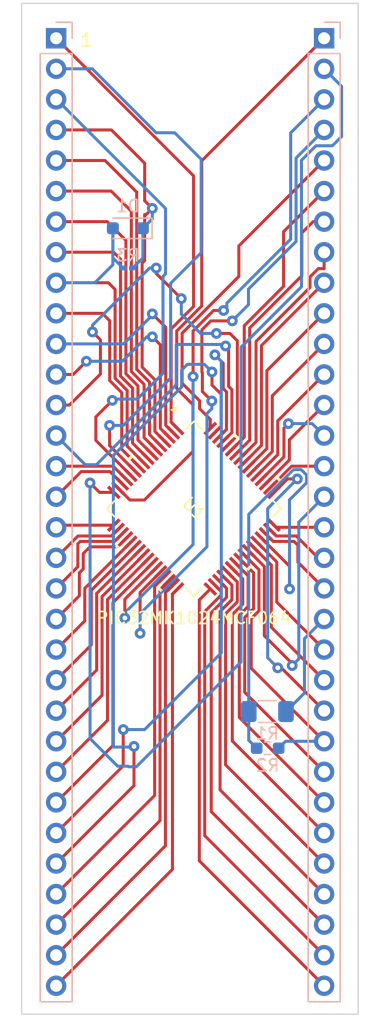
<source format=kicad_pcb>
(kicad_pcb (version 20221018) (generator pcbnew)
  (layers (0 "F.Cu" signal) (31 "B.Cu" signal) (34 "B.Paste" user) (35 "F.Paste" user) (36 "B.SilkS" user "B.Silkscreen") (37 "F.SilkS" user "F.Silkscreen") (38 "B.Mask" user) (39 "F.Mask" user) (44 "Edge.Cuts" user))
  (net 0 "")
  (net 1 "MuEnable1H")
  (net 2 "MuEnable1L")
  (net 3 "Net-(J1-Pin_5)")
  (net 4 "Net-(J1-Pin_6)")
  (net 5 "Net-(J1-Pin_7)")
  (net 6 "Net-(J1-Pin_8)")
  (net 7 "Net-(J1-Pin_10)")
  (net 8 "MuPWM1H")
  (net 9 "MuPWM1L")
  (net 10 "MuPWM3H")
  (net 11 "MuPWM3L")
  (net 12 "Net-(J1-Pin_1)")
  (net 13 "Net-(J1-Pin_17)")
  (net 14 "Net-(J1-Pin_18)")
  (net 15 "Net-(J1-Pin_19)")
  (net 16 "Net-(J1-Pin_20)")
  (net 17 "Net-(J1-Pin_21)")
  (net 18 "Net-(J1-Pin_23)")
  (net 19 "Net-(J1-Pin_24)")
  (net 20 "Net-(J1-Pin_25)")
  (net 21 "Net-(J1-Pin_26)")
  (net 22 "QEIA3")
  (net 23 "Net-(J1-Pin_22)")
  (net 24 "Net-(J1-Pin_31)")
  (net 25 "Net-(J1-Pin_32)")
  (net 26 "MuEnable3H")
  (net 27 "MuEnable3L")
  (net 28 "MuPWM2L")
  (net 29 "MuPWM2H")
  (net 30 "MuEnable2H")
  (net 31 "MuEnable2L")
  (net 32 "QEIA2")
  (net 33 "QEIB2")
  (net 34 "UART_TX")
  (net 35 "QEIB3")
  (net 36 "RS232TX")
  (net 37 "VSS")
  (net 38 "UART_RX")
  (net 39 "RS232RX")
  (net 40 "QEIA1")
  (net 41 "QEIB1")
  (net 42 "Net-(J3-Pin_32)")
  (net 43 "Net-(J3-Pin_31)")
  (net 44 "Net-(J3-Pin_30)")
  (net 45 "Net-(J3-Pin_29)")
  (net 46 "Net-(J3-Pin_28)")
  (net 47 "Net-(J3-Pin_27)")
  (net 48 "Net-(J3-Pin_26)")
  (net 49 "Net-(J3-Pin_25)")
  (net 50 "Net-(J3-Pin_16)")
  (net 51 "Net-(J3-Pin_19)")
  (net 52 "Net-(J3-Pin_18)")
  (net 53 "Net-(J3-Pin_17)")
  (net 54 "Net-(J3-Pin_15)")
  (net 55 "Net-(J3-Pin_12)")
  (net 56 "Net-(J3-Pin_11)")
  (net 57 "Net-(J3-Pin_10)")
  (net 58 "Net-(J3-Pin_9)")
  (net 59 "Net-(J3-Pin_8)")
  (net 60 "Net-(J3-Pin_7)")
  (net 61 "Net-(J3-Pin_6)")
  (net 62 "Net-(J3-Pin_5)")
  (net 63 "MuRS232RX")
  (net 64 "An17")
  (net 65 "VSS9")
  (footprint "footprints:TQFP64_PT_MCH" (layer "F.Cu") (at 122.334175 91 -45)
    (fp_text reference "U1")
    (fp_text value "PIC32MK1024MCF064")
  )
  (footprint "Resistor_SMD:R_0201_0603Metric_Pad0.64x0.40mm_HandSolder" (layer "B.Cu") (at 116.84 70.993 180)
    (fp_text reference "R3")
    (fp_text value "100")
  )
  (footprint "Connector_PinHeader_2.54mm:PinHeader_1x32_P2.54mm_Vertical" (layer "B.Cu") (at 110.869709 51.898058 180)
    (fp_text reference "J1")
    (fp_text value "Conn_01x32")
  )
  (footprint "Connector_PinHeader_2.54mm:PinHeader_1x32_P2.54mm_Vertical" (layer "B.Cu") (at 133.169709 51.898058 180)
    (fp_text reference "J3")
    (fp_text value "Conn_01x32")
  )
  (footprint "Resistor_SMD:R_1206_3216Metric_Pad1.30x1.75mm_HandSolder" (layer "B.Cu") (at 128.4478 107.8478)
    (fp_text reference "R1")
    (fp_text value "470")
  )
  (footprint "Resistor_SMD:R_0603_1608Metric_Pad0.98x0.95mm_HandSolder" (layer "B.Cu") (at 128.4732 110.8983)
    (fp_text reference "R2")
    (fp_text value "2200")
  )
  (footprint "Diode_SMD:D_SOD-323_HandSoldering" (layer "B.Cu") (at 116.84 67.691 180)
    (fp_text reference "D1")
    (fp_text value "ZENER 3.3v")
  )
  (gr_rect (start 108 49) (end 136 133) (stroke (width 0.1)) (fill none) (layer "Edge.Cuts"))
  (gr_text "1" (at 112.776 52.705) (layer "F.SilkS") (effects (font (size 1.1 1.1)) (justify left bottom)))
  (segment (start 115.316 84.074) (end 115.316 85.749592) (width 0.25) (layer "F.Cu") (net 1))
  (segment (start 115.316 85.749592) (end 117.436117 87.869709) (width 0.25) (layer "F.Cu") (net 1))
  (via (at 115.316 84.074) (size 0.9) (drill 0.4) (layers "F.Cu" "B.Cu") (net 1))
  (segment (start 122.936 61.952827) (end 120.736673 59.7535) (width 0.25) (layer "B.Cu") (net 1))
  (segment (start 115.316 84.074) (end 116.459 84.074) (width 0.25) (layer "B.Cu") (net 1))
  (segment (start 113.874058 54.438058) (end 110.869709 54.438058) (width 0.25) (layer "B.Cu") (net 1))
  (segment (start 119.1895 59.7535) (end 113.874058 54.438058) (width 0.25) (layer "B.Cu") (net 1))
  (segment (start 120.396 72.263) (end 122.936 69.723) (width 0.25) (layer "B.Cu") (net 1))
  (segment (start 120.396 80.137) (end 120.396 72.263) (width 0.25) (layer "B.Cu") (net 1))
  (segment (start 120.736673 59.7535) (end 119.1895 59.7535) (width 0.25) (layer "B.Cu") (net 1))
  (segment (start 122.936 69.723) (end 122.936 61.952827) (width 0.25) (layer "B.Cu") (net 1))
  (segment (start 116.459 84.074) (end 120.396 80.137) (width 0.25) (layer "B.Cu") (net 1))
  (segment (start 114.173 83.3628) (end 114.173 85.313698) (width 0.25) (layer "F.Cu") (net 2))
  (segment (start 115.5446 81.9912) (end 114.173 83.3628) (width 0.25) (layer "F.Cu") (net 2))
  (segment (start 114.173 85.313698) (end 117.082564 88.223262) (width 0.25) (layer "F.Cu") (net 2))
  (via (at 115.5446 81.9912) (size 0.9) (drill 0.4) (layers "F.Cu" "B.Cu") (net 2))
  (segment (start 119.761 71.699599) (end 119.9714 71.489199) (width 0.25) (layer "B.Cu") (net 2))
  (segment (start 115.654601 81.881199) (end 117.626496 81.881199) (width 0.25) (layer "B.Cu") (net 2))
  (segment (start 110.906074 56.978058) (end 110.869709 56.978058) (width 0.25) (layer "B.Cu") (net 2))
  (segment (start 119.9714 71.489199) (end 119.9714 66.043384) (width 0.25) (layer "B.Cu") (net 2))
  (segment (start 119.761 79.746695) (end 119.761 71.699599) (width 0.25) (layer "B.Cu") (net 2))
  (segment (start 115.5446 81.9912) (end 115.654601 81.881199) (width 0.25) (layer "B.Cu") (net 2))
  (segment (start 119.9714 66.043384) (end 110.906074 56.978058) (width 0.25) (layer "B.Cu") (net 2))
  (segment (start 117.626496 81.881199) (end 119.761 79.746695) (width 0.25) (layer "B.Cu") (net 2))
  (segment (start 114.940858 62.058058) (end 110.869709 62.058058) (width 0.25) (layer "F.Cu") (net 3))
  (segment (start 119.557437 85.748389) (end 118.6396 84.830552) (width 0.25) (layer "F.Cu") (net 3))
  (segment (start 117.5761 79.410601) (end 117.5761 64.6933) (width 0.25) (layer "F.Cu") (net 3))
  (segment (start 118.6396 80.474101) (end 117.5761 79.410601) (width 0.25) (layer "F.Cu") (net 3))
  (segment (start 117.5761 64.6933) (end 114.940858 62.058058) (width 0.25) (layer "F.Cu") (net 3))
  (segment (start 118.6396 84.830552) (end 118.6396 80.474101) (width 0.25) (layer "F.Cu") (net 3))
  (segment (start 117.1261 79.596997) (end 117.1261 66.2753) (width 0.25) (layer "F.Cu") (net 4))
  (segment (start 117.1261 66.2753) (end 115.448858 64.598058) (width 0.25) (layer "F.Cu") (net 4))
  (segment (start 118.1896 80.660497) (end 117.1261 79.596997) (width 0.25) (layer "F.Cu") (net 4))
  (segment (start 118.1896 85.087658) (end 118.1896 80.660497) (width 0.25) (layer "F.Cu") (net 4))
  (segment (start 119.203884 86.101942) (end 118.1896 85.087658) (width 0.25) (layer "F.Cu") (net 4))
  (segment (start 115.448858 64.598058) (end 110.869709 64.598058) (width 0.25) (layer "F.Cu") (net 4))
  (segment (start 118.850331 86.455495) (end 117.6782 85.283364) (width 0.25) (layer "F.Cu") (net 5))
  (segment (start 117.6782 80.785493) (end 116.6761 79.783393) (width 0.25) (layer "F.Cu") (net 5))
  (segment (start 115.118658 67.138058) (end 110.869709 67.138058) (width 0.25) (layer "F.Cu") (net 5))
  (segment (start 116.6761 68.6955) (end 115.118658 67.138058) (width 0.25) (layer "F.Cu") (net 5))
  (segment (start 117.6782 85.283364) (end 117.6782 80.785493) (width 0.25) (layer "F.Cu") (net 5))
  (segment (start 116.6761 79.783393) (end 116.6761 68.6955) (width 0.25) (layer "F.Cu") (net 5))
  (segment (start 116.2261 79.969789) (end 116.2261 70.2521) (width 0.25) (layer "F.Cu") (net 6))
  (segment (start 118.496777 86.809049) (end 117.2282 85.540472) (width 0.25) (layer "F.Cu") (net 6))
  (segment (start 115.652058 69.678058) (end 110.869709 69.678058) (width 0.25) (layer "F.Cu") (net 6))
  (segment (start 116.2261 70.2521) (end 115.652058 69.678058) (width 0.25) (layer "F.Cu") (net 6))
  (segment (start 117.2282 80.971889) (end 116.2261 79.969789) (width 0.25) (layer "F.Cu") (net 6))
  (segment (start 117.2282 85.540472) (end 117.2282 80.971889) (width 0.25) (layer "F.Cu") (net 6))
  (segment (start 115.3261 80.342581) (end 115.3261 75.3719) (width 0.25) (layer "F.Cu") (net 7))
  (segment (start 116.3282 86.054686) (end 116.3282 81.344681) (width 0.25) (layer "F.Cu") (net 7))
  (segment (start 114.712258 74.758058) (end 110.869709 74.758058) (width 0.25) (layer "F.Cu") (net 7))
  (segment (start 117.78967 87.516156) (end 116.3282 86.054686) (width 0.25) (layer "F.Cu") (net 7))
  (segment (start 115.3261 75.3719) (end 114.712258 74.758058) (width 0.25) (layer "F.Cu") (net 7))
  (segment (start 116.3282 81.344681) (end 115.3261 80.342581) (width 0.25) (layer "F.Cu") (net 7))
  (segment (start 119.9896 84.05923) (end 120.618098 84.687728) (width 0.25) (layer "F.Cu") (net 8))
  (segment (start 119.9896 75.9206) (end 119.9896 84.05923) (width 0.25) (layer "F.Cu") (net 8))
  (segment (start 118.872 74.803) (end 119.9896 75.9206) (width 0.25) (layer "F.Cu") (net 8))
  (via (at 118.872 74.803) (size 0.9) (drill 0.4) (layers "F.Cu" "B.Cu") (net 8))
  (segment (start 118.872 74.910215) (end 116.484157 77.298058) (width 0.25) (layer "B.Cu") (net 8))
  (segment (start 118.872 74.803) (end 118.872 74.910215) (width 0.25) (layer "B.Cu") (net 8))
  (segment (start 116.484157 77.298058) (end 110.869709 77.298058) (width 0.25) (layer "B.Cu") (net 8))
  (segment (start 118.872 76.708) (end 119.5396 77.3756) (width 0.25) (layer "F.Cu") (net 9))
  (segment (start 119.5396 77.3756) (end 119.5396 84.316338) (width 0.25) (layer "F.Cu") (net 9))
  (segment (start 119.5396 84.316338) (end 120.264544 85.041282) (width 0.25) (layer "F.Cu") (net 9))
  (segment (start 112.287542 79.838058) (end 110.869709 79.838058) (width 0.25) (layer "F.Cu") (net 9))
  (segment (start 113.3856 78.74) (end 112.287542 79.838058) (width 0.25) (layer "F.Cu") (net 9))
  (via (at 118.872 76.708) (size 0.9) (drill 0.4) (layers "F.Cu" "B.Cu") (net 9))
  (via (at 113.3856 78.74) (size 0.9) (drill 0.4) (layers "F.Cu" "B.Cu") (net 9))
  (segment (start 118.4148 76.708) (end 116.3828 78.74) (width 0.25) (layer "B.Cu") (net 9))
  (segment (start 118.872 76.708) (end 118.4148 76.708) (width 0.25) (layer "B.Cu") (net 9))
  (segment (start 116.3828 78.74) (end 113.3856 78.74) (width 0.25) (layer "B.Cu") (net 9))
  (segment (start 114.554 76.962) (end 114.554 79.8068) (width 0.25) (layer "F.Cu") (net 10))
  (segment (start 111.982742 82.378058) (end 110.869709 82.378058) (width 0.25) (layer "F.Cu") (net 10))
  (segment (start 125.332905 76.4286) (end 125.947 77.042695) (width 0.25) (layer "F.Cu") (net 10))
  (segment (start 113.8936 76.3016) (end 114.554 76.962) (width 0.25) (layer "F.Cu") (net 10))
  (segment (start 121.285 73.533) (end 119.1969 71.4449) (width 0.25) (layer "F.Cu") (net 10))
  (segment (start 119.1969 71.4449) (end 119.1969 70.993) (width 0.25) (layer "F.Cu") (net 10))
  (segment (start 114.554 79.8068) (end 111.982742 82.378058) (width 0.25) (layer "F.Cu") (net 10))
  (segment (start 124.206 76.4286) (end 125.332905 76.4286) (width 0.25) (layer "F.Cu") (net 10))
  (segment (start 125.947 77.042695) (end 125.947 84.912302) (width 0.25) (layer "F.Cu") (net 10))
  (segment (start 125.947 84.912302) (end 125.110913 85.748389) (width 0.25) (layer "F.Cu") (net 10))
  (via (at 121.285 73.533) (size 0.9) (drill 0.4) (layers "F.Cu" "B.Cu") (net 10))
  (via (at 124.206 76.4286) (size 0.9) (drill 0.4) (layers "F.Cu" "B.Cu") (net 10))
  (via (at 113.8936 76.3016) (size 0.9) (drill 0.4) (layers "F.Cu" "B.Cu") (net 10))
  (via (at 119.1969 70.993) (size 0.9) (drill 0.4) (layers "F.Cu" "B.Cu") (net 10))
  (segment (start 113.8936 75.7428) (end 113.8936 76.3016) (width 0.25) (layer "B.Cu") (net 10))
  (segment (start 124.206 76.4286) (end 122.8913 76.4286) (width 0.25) (layer "B.Cu") (net 10))
  (segment (start 121.285 74.8223) (end 121.285 73.533) (width 0.25) (layer "B.Cu") (net 10))
  (segment (start 118.6434 70.993) (end 113.8936 75.7428) (width 0.25) (layer "B.Cu") (net 10))
  (segment (start 122.8913 76.4286) (end 121.285 74.8223) (width 0.25) (layer "B.Cu") (net 10))
  (segment (start 119.1969 70.993) (end 118.6434 70.993) (width 0.25) (layer "B.Cu") (net 10))
  (segment (start 125.496435 84.655759) (end 124.757359 85.394835) (width 0.25) (layer "F.Cu") (net 11))
  (segment (start 125.222 77.724) (end 125.222 80.825781) (width 0.25) (layer "F.Cu") (net 11))
  (segment (start 125.222 80.825781) (end 125.496435 81.100216) (width 0.25) (layer "F.Cu") (net 11))
  (segment (start 125.496435 81.100216) (end 125.496435 84.655759) (width 0.25) (layer "F.Cu") (net 11))
  (segment (start 124.968 77.47) (end 125.222 77.724) (width 0.25) (layer "F.Cu") (net 11))
  (via (at 124.968 77.47) (size 0.9) (drill 0.4) (layers "F.Cu" "B.Cu") (net 11))
  (segment (start 120.904 77.343) (end 120.862505 77.384495) (width 0.25) (layer "B.Cu") (net 11))
  (segment (start 124.841 77.343) (end 120.904 77.343) (width 0.25) (layer "B.Cu") (net 11))
  (segment (start 113.290651 87.339) (end 110.869709 84.918058) (width 0.25) (layer "B.Cu") (net 11))
  (segment (start 120.862505 77.384495) (end 120.862505 80.6958) (width 0.25) (layer "B.Cu") (net 11))
  (segment (start 124.968 77.47) (end 124.841 77.343) (width 0.25) (layer "B.Cu") (net 11))
  (segment (start 120.862505 80.6958) (end 114.219305 87.339) (width 0.25) (layer "B.Cu") (net 11))
  (segment (start 114.219305 87.339) (end 113.290651 87.339) (width 0.25) (layer "B.Cu") (net 11))
  (segment (start 120.971651 84.334175) (end 120.4396 83.802124) (width 0.25) (layer "F.Cu") (net 12))
  (segment (start 122.301 74.190608) (end 122.301 63.329349) (width 0.25) (layer "F.Cu") (net 12))
  (segment (start 122.301 63.329349) (end 110.869709 51.898058) (width 0.25) (layer "F.Cu") (net 12))
  (segment (start 120.4396 83.802124) (end 120.4396 76.052008) (width 0.25) (layer "F.Cu") (net 12))
  (segment (start 120.4396 76.052008) (end 122.301 74.190608) (width 0.25) (layer "F.Cu") (net 12))
  (segment (start 111.045243 92.362524) (end 110.869709 92.538058) (width 0.25) (layer "F.Cu") (net 13))
  (segment (start 115.66835 92.362524) (end 111.045243 92.362524) (width 0.25) (layer "F.Cu") (net 13))
  (segment (start 115.47572 93.26226) (end 112.68094 93.26226) (width 0.25) (layer "F.Cu") (net 14))
  (segment (start 110.869709 95.073491) (end 110.869709 95.078058) (width 0.25) (layer "F.Cu") (net 14))
  (segment (start 116.021903 92.716077) (end 115.47572 93.26226) (width 0.25) (layer "F.Cu") (net 14))
  (segment (start 112.68094 93.26226) (end 110.869709 95.073491) (width 0.25) (layer "F.Cu") (net 14))
  (segment (start 112.6744 93.905196) (end 112.6744 95.813367) (width 0.25) (layer "F.Cu") (net 15))
  (segment (start 112.867336 93.71226) (end 112.6744 93.905196) (width 0.25) (layer "F.Cu") (net 15))
  (segment (start 112.6744 95.813367) (end 110.869709 97.618058) (width 0.25) (layer "F.Cu") (net 15))
  (segment (start 115.732828 93.71226) (end 112.867336 93.71226) (width 0.25) (layer "F.Cu") (net 15))
  (segment (start 116.375457 93.069631) (end 115.732828 93.71226) (width 0.25) (layer "F.Cu") (net 15))
  (segment (start 115.989934 94.16226) (end 113.68594 94.16226) (width 0.25) (layer "F.Cu") (net 16))
  (segment (start 113.1244 94.7238) (end 113.1244 95.999763) (width 0.25) (layer "F.Cu") (net 16))
  (segment (start 113.1244 95.999763) (end 112.8014 96.322763) (width 0.25) (layer "F.Cu") (net 16))
  (segment (start 112.8014 96.322763) (end 112.8014 98.226367) (width 0.25) (layer "F.Cu") (net 16))
  (segment (start 112.8014 98.226367) (end 110.869709 100.158058) (width 0.25) (layer "F.Cu") (net 16))
  (segment (start 113.68594 94.16226) (end 113.1244 94.7238) (width 0.25) (layer "F.Cu") (net 16))
  (segment (start 116.72901 93.423184) (end 115.989934 94.16226) (width 0.25) (layer "F.Cu") (net 16))
  (segment (start 113.2514 100.316367) (end 110.869709 102.698058) (width 0.25) (layer "F.Cu") (net 17))
  (segment (start 117.082564 93.776738) (end 113.2514 97.607902) (width 0.25) (layer "F.Cu") (net 17))
  (segment (start 113.2514 97.607902) (end 113.2514 100.316367) (width 0.25) (layer "F.Cu") (net 17))
  (segment (start 117.78967 94.483844) (end 114.242 98.031514) (width 0.25) (layer "F.Cu") (net 18))
  (segment (start 114.242 98.031514) (end 114.242 104.405767) (width 0.25) (layer "F.Cu") (net 18))
  (segment (start 114.242 104.405767) (end 110.869709 107.778058) (width 0.25) (layer "F.Cu") (net 18))
  (segment (start 114.692 98.288622) (end 114.692 106.495767) (width 0.25) (layer "F.Cu") (net 19))
  (segment (start 118.143224 94.837398) (end 114.692 98.288622) (width 0.25) (layer "F.Cu") (net 19))
  (segment (start 114.692 106.495767) (end 110.869709 110.318058) (width 0.25) (layer "F.Cu") (net 19))
  (segment (start 115.142 98.545728) (end 115.142 108.585767) (width 0.25) (layer "F.Cu") (net 20))
  (segment (start 115.142 108.585767) (end 110.869709 112.858058) (width 0.25) (layer "F.Cu") (net 20))
  (segment (start 118.496777 95.190951) (end 115.142 98.545728) (width 0.25) (layer "F.Cu") (net 20))
  (segment (start 118.850331 95.544505) (end 115.592 98.802836) (width 0.25) (layer "F.Cu") (net 21))
  (segment (start 115.592 98.802836) (end 115.592 110.675767) (width 0.25) (layer "F.Cu") (net 21))
  (segment (start 115.592 110.675767) (end 110.869709 115.398058) (width 0.25) (layer "F.Cu") (net 21))
  (segment (start 116.72901 88.576816) (end 115.610252 87.458058) (width 0.25) (layer "F.Cu") (net 22))
  (segment (start 115.610252 87.458058) (end 110.869709 87.458058) (width 0.25) (layer "F.Cu") (net 22))
  (segment (start 113.792 102.315767) (end 110.869709 105.238058) (width 0.25) (layer "F.Cu") (net 23))
  (segment (start 117.436117 94.130291) (end 113.792 97.774408) (width 0.25) (layer "F.Cu") (net 23))
  (segment (start 113.792 97.774408) (end 113.792 102.315767) (width 0.25) (layer "F.Cu") (net 23))
  (segment (start 119.9642 97.96617) (end 120.618098 97.312272) (width 0.25) (layer "F.Cu") (net 24))
  (segment (start 110.869709 128.098058) (end 119.9642 119.003567) (width 0.25) (layer "F.Cu") (net 24))
  (segment (start 119.9642 119.003567) (end 119.9642 97.96617) (width 0.25) (layer "F.Cu") (net 24))
  (segment (start 120.5484 98.089076) (end 120.5484 120.959367) (width 0.25) (layer "F.Cu") (net 25))
  (segment (start 120.5484 120.959367) (end 110.869709 130.638058) (width 0.25) (layer "F.Cu") (net 25))
  (segment (start 120.971651 97.665825) (end 120.5484 98.089076) (width 0.25) (layer "F.Cu") (net 25))
  (segment (start 122.2635 76.226799) (end 123.970056 74.520243) (width 0.25) (layer "F.Cu") (net 26))
  (segment (start 116.586 100.076) (end 116.586 98.515942) (width 0.25) (layer "F.Cu") (net 26))
  (segment (start 123.970056 74.520243) (end 124.8023 74.520243) (width 0.25) (layer "F.Cu") (net 26))
  (segment (start 122.2635 80.01) (end 122.2635 76.226799) (width 0.25) (layer "F.Cu") (net 26))
  (segment (start 116.586 98.515942) (end 119.203884 95.898058) (width 0.25) (layer "F.Cu") (net 26))
  (via (at 122.2635 80.01) (size 0.9) (drill 0.4) (layers "F.Cu" "B.Cu") (net 26))
  (via (at 124.8023 74.520243) (size 0.9) (drill 0.4) (layers "F.Cu" "B.Cu") (net 26))
  (via (at 116.586 100.076) (size 0.9) (drill 0.4) (layers "F.Cu" "B.Cu") (net 26))
  (segment (start 125.0768 74.245743) (end 125.0768 73.905404) (width 0.25) (layer "B.Cu") (net 26))
  (segment (start 116.586 100.076) (end 116.586 99.6442) (width 0.25) (layer "B.Cu") (net 26))
  (segment (start 130.3854 59.762367) (end 133.169709 56.978058) (width 0.25) (layer "B.Cu") (net 26))
  (segment (start 122.2635 93.9667) (end 122.2635 80.01) (width 0.25) (layer "B.Cu") (net 26))
  (segment (start 116.586 99.6442) (end 122.2635 93.9667) (width 0.25) (layer "B.Cu") (net 26))
  (segment (start 124.8023 74.520243) (end 125.0768 74.245743) (width 0.25) (layer "B.Cu") (net 26))
  (segment (start 125.0768 73.905404) (end 130.3854 68.596804) (width 0.25) (layer "B.Cu") (net 26))
  (segment (start 130.3854 68.596804) (end 130.3854 59.762367) (width 0.25) (layer "B.Cu") (net 26))
  (segment (start 123.0385 81.258565) (end 123.821935 82.042) (width 0.25) (layer "F.Cu") (net 27))
  (segment (start 123.739495 75.3872) (end 122.9984 76.128295) (width 0.25) (layer "F.Cu") (net 27))
  (segment (start 122.9984 76.128295) (end 122.9984 79.648884) (width 0.25) (layer "F.Cu") (net 27))
  (segment (start 123.0385 79.688984) (end 123.0385 81.258565) (width 0.25) (layer "F.Cu") (net 27))
  (segment (start 122.9984 79.648884) (end 123.0385 79.688984) (width 0.25) (layer "F.Cu") (net 27))
  (segment (start 125.5268 75.3872) (end 123.739495 75.3872) (width 0.25) (layer "F.Cu") (net 27))
  (segment (start 117.856 97.953048) (end 119.557437 96.251611) (width 0.25) (layer "F.Cu") (net 27))
  (segment (start 117.856 101.346) (end 117.856 97.953048) (width 0.25) (layer "F.Cu") (net 27))
  (via (at 123.821935 82.042) (size 0.9) (drill 0.4) (layers "F.Cu" "B.Cu") (net 27))
  (via (at 117.856 101.346) (size 0.9) (drill 0.4) (layers "F.Cu" "B.Cu") (net 27))
  (via (at 125.5268 75.3872) (size 0.9) (drill 0.4) (layers "F.Cu" "B.Cu") (net 27))
  (segment (start 130.8354 61.852367) (end 133.169709 59.518058) (width 0.25) (layer "B.Cu") (net 27))
  (segment (start 125.5268 75.3872) (end 126.873 74.041) (width 0.25) (layer "B.Cu") (net 27))
  (segment (start 123.821935 82.680065) (end 123.4186 83.0834) (width 0.25) (layer "B.Cu") (net 27))
  (segment (start 117.856 99.7204) (end 117.856 101.346) (width 0.25) (layer "B.Cu") (net 27))
  (segment (start 123.821935 82.042) (end 123.821935 82.680065) (width 0.25) (layer "B.Cu") (net 27))
  (segment (start 130.8354 68.7832) (end 130.8354 61.852367) (width 0.25) (layer "B.Cu") (net 27))
  (segment (start 126.873 72.7456) (end 130.8354 68.7832) (width 0.25) (layer "B.Cu") (net 27))
  (segment (start 123.4186 83.0834) (end 123.4186 94.1578) (width 0.25) (layer "B.Cu") (net 27))
  (segment (start 123.4186 94.1578) (end 117.856 99.7204) (width 0.25) (layer "B.Cu") (net 27))
  (segment (start 126.873 74.041) (end 126.873 72.7456) (width 0.25) (layer "B.Cu") (net 27))
  (segment (start 124.596435 81.473008) (end 124.596435 84.141545) (width 0.25) (layer "F.Cu") (net 28))
  (segment (start 124.596435 84.141545) (end 124.050252 84.687728) (width 0.25) (layer "F.Cu") (net 28))
  (segment (start 123.8379 79.629) (end 123.8379 80.714473) (width 0.25) (layer "F.Cu") (net 28))
  (segment (start 117.348 110.744) (end 117.348 113.999767) (width 0.25) (layer "F.Cu") (net 28))
  (segment (start 117.348 113.999767) (end 110.869709 120.478058) (width 0.25) (layer "F.Cu") (net 28))
  (segment (start 123.8379 80.714473) (end 124.596435 81.473008) (width 0.25) (layer "F.Cu") (net 28))
  (via (at 117.348 110.744) (size 0.9) (drill 0.4) (layers "F.Cu" "B.Cu") (net 28))
  (via (at 123.8379 79.629) (size 0.9) (drill 0.4) (layers "F.Cu" "B.Cu") (net 28))
  (segment (start 115.6332 110.800095) (end 117.291905 110.800095) (width 0.25) (layer "B.Cu") (net 28))
  (segment (start 117.291905 110.800095) (end 117.348 110.744) (width 0.25) (layer "B.Cu") (net 28))
  (segment (start 123.2029 78.994) (end 121.793 78.994) (width 0.25) (layer "B.Cu") (net 28))
  (segment (start 121.793 78.994) (end 121.312505 79.474495) (width 0.25) (layer "B.Cu") (net 28))
  (segment (start 121.312505 80.882196) (end 115.6332 86.561501) (width 0.25) (layer "B.Cu") (net 28))
  (segment (start 121.312505 79.474495) (end 121.312505 80.882196) (width 0.25) (layer "B.Cu") (net 28))
  (segment (start 123.8379 79.629) (end 123.2029 78.994) (width 0.25) (layer "B.Cu") (net 28))
  (segment (start 115.6332 86.561501) (end 115.6332 110.800095) (width 0.25) (layer "B.Cu") (net 28))
  (segment (start 125.046435 81.286612) (end 125.046435 84.398653) (width 0.25) (layer "F.Cu") (net 29))
  (segment (start 125.046435 84.398653) (end 124.403806 85.041282) (width 0.25) (layer "F.Cu") (net 29))
  (segment (start 124.079 78.2066) (end 124.772 78.8996) (width 0.25) (layer "F.Cu") (net 29))
  (segment (start 116.44856 112.359207) (end 110.869709 117.938058) (width 0.25) (layer "F.Cu") (net 29))
  (segment (start 124.772 78.8996) (end 124.772 81.012177) (width 0.25) (layer "F.Cu") (net 29))
  (segment (start 116.44856 109.35744) (end 116.44856 112.359207) (width 0.25) (layer "F.Cu") (net 29))
  (segment (start 124.772 81.012177) (end 125.046435 81.286612) (width 0.25) (layer "F.Cu") (net 29))
  (segment (start 116.459 109.347) (end 116.44856 109.35744) (width 0.25) (layer "F.Cu") (net 29))
  (via (at 124.079 78.2066) (size 0.9) (drill 0.4) (layers "F.Cu" "B.Cu") (net 29))
  (via (at 116.459 109.347) (size 0.9) (drill 0.4) (layers "F.Cu" "B.Cu") (net 29))
  (segment (start 124.079 78.2066) (end 124.6124 78.74) (width 0.25) (layer "B.Cu") (net 29))
  (segment (start 124.6124 78.74) (end 124.6124 102.9716) (width 0.25) (layer "B.Cu") (net 29))
  (segment (start 118.237 109.347) (end 116.459 109.347) (width 0.25) (layer "B.Cu") (net 29))
  (segment (start 124.6124 102.9716) (end 118.237 109.347) (width 0.25) (layer "B.Cu") (net 29))
  (segment (start 120.904 76.224004) (end 122.9868 74.141204) (width 0.25) (layer "F.Cu") (net 30))
  (segment (start 120.904 81.0006) (end 120.904 76.224004) (width 0.25) (layer "F.Cu") (net 30))
  (segment (start 122.9868 74.141204) (end 122.9868 62.080967) (width 0.25) (layer "F.Cu") (net 30))
  (segment (start 118.2116 90.2716) (end 122.2502 86.233) (width 0.25) (layer "F.Cu") (net 30))
  (segment (start 122.2502 82.3468) (end 120.904 81.0006) (width 0.25) (layer "F.Cu") (net 30))
  (segment (start 122.2502 86.233) (end 122.2502 82.3468) (width 0.25) (layer "F.Cu") (net 30))
  (segment (start 116.021903 89.283923) (end 117.00958 90.2716) (width 0.25) (layer "F.Cu") (net 30))
  (segment (start 117.00958 90.2716) (end 118.2116 90.2716) (width 0.25) (layer "F.Cu") (net 30))
  (segment (start 122.9868 62.080967) (end 133.169709 51.898058) (width 0.25) (layer "F.Cu") (net 30))
  (segment (start 114.478676 89.637476) (end 113.6904 88.8492) (width 0.25) (layer "F.Cu") (net 31))
  (segment (start 115.66835 89.637476) (end 114.478676 89.637476) (width 0.25) (layer "F.Cu") (net 31))
  (via (at 113.6904 88.8492) (size 0.9) (drill 0.4) (layers "F.Cu" "B.Cu") (net 31))
  (segment (start 131.2854 62.038763) (end 131.2854 72.5496) (width 0.25) (layer "B.Cu") (net 31))
  (segment (start 117.544576 112.440489) (end 116.902544 112.440489) (width 0.25) (layer "B.Cu") (net 31))
  (segment (start 132.491163 60.833) (end 131.2854 62.038763) (width 0.25) (layer "B.Cu") (net 31))
  (segment (start 131.2854 72.5496) (end 126.2518 77.5832) (width 0.25) (layer "B.Cu") (net 31))
  (segment (start 113.6904 110.094301) (end 113.6904 88.8492) (width 0.25) (layer "B.Cu") (net 31))
  (segment (start 126.2518 103.733265) (end 117.544576 112.440489) (width 0.25) (layer "B.Cu") (net 31))
  (segment (start 133.858 60.833) (end 132.491163 60.833) (width 0.25) (layer "B.Cu") (net 31))
  (segment (start 126.2518 77.5832) (end 126.2518 103.733265) (width 0.25) (layer "B.Cu") (net 31))
  (segment (start 134.62 55.888349) (end 134.62 60.071) (width 0.25) (layer "B.Cu") (net 31))
  (segment (start 116.852544 112.390489) (end 115.986588 112.390489) (width 0.25) (layer "B.Cu") (net 31))
  (segment (start 116.902544 112.440489) (end 116.852544 112.390489) (width 0.25) (layer "B.Cu") (net 31))
  (segment (start 134.62 60.071) (end 133.858 60.833) (width 0.25) (layer "B.Cu") (net 31))
  (segment (start 115.986588 112.390489) (end 113.6904 110.094301) (width 0.25) (layer "B.Cu") (net 31))
  (segment (start 133.169709 54.438058) (end 134.62 55.888349) (width 0.25) (layer "B.Cu") (net 31))
  (segment (start 119.0642 114.823567) (end 110.869709 123.018058) (width 0.25) (layer "F.Cu") (net 32))
  (segment (start 119.0642 97.451956) (end 119.0642 114.823567) (width 0.25) (layer "F.Cu") (net 32))
  (segment (start 119.910991 96.605165) (end 119.0642 97.451956) (width 0.25) (layer "F.Cu") (net 32))
  (segment (start 120.264544 96.958718) (end 119.5142 97.709062) (width 0.25) (layer "F.Cu") (net 33))
  (segment (start 119.5142 116.913567) (end 110.869709 125.558058) (width 0.25) (layer "F.Cu") (net 33))
  (segment (start 119.5142 97.709062) (end 119.5142 116.913567) (width 0.25) (layer "F.Cu") (net 33))
  (segment (start 130.937 88.519) (end 130.118476 88.519) (width 0.25) (layer "F.Cu") (net 34))
  (segment (start 130.118476 88.519) (end 129 89.637476) (width 0.25) (layer "F.Cu") (net 34))
  (segment (start 129.607851 104.2162) (end 129.3114 104.2162) (width 0.25) (layer "F.Cu") (net 34))
  (segment (start 133.169709 107.778058) (end 129.607851 104.2162) (width 0.25) (layer "F.Cu") (net 34))
  (via (at 130.937 88.519) (size 0.9) (drill 0.4) (layers "F.Cu" "B.Cu") (net 34))
  (via (at 129.3114 104.2162) (size 0.9) (drill 0.4) (layers "F.Cu" "B.Cu") (net 34))
  (segment (start 129.3114 104.2162) (end 128.4732 103.378) (width 0.25) (layer "B.Cu") (net 34))
  (segment (start 128.4732 90.9828) (end 130.937 88.519) (width 0.25) (layer "B.Cu") (net 34))
  (segment (start 128.4732 103.378) (end 128.4732 90.9828) (width 0.25) (layer "B.Cu") (net 34))
  (segment (start 112.959709 87.908058) (end 110.869709 89.998058) (width 0.25) (layer "F.Cu") (net 35))
  (segment (start 115.353146 87.908058) (end 112.959709 87.908058) (width 0.25) (layer "F.Cu") (net 35))
  (segment (start 116.375457 88.930369) (end 115.353146 87.908058) (width 0.25) (layer "F.Cu") (net 35))
  (segment (start 133.169709 105.238058) (end 128.778 100.846349) (width 0.25) (layer "F.Cu") (net 36))
  (segment (start 128.778 100.846349) (end 128.778 95.676058) (width 0.25) (layer "F.Cu") (net 36))
  (segment (start 128.778 95.676058) (end 127.232233 94.130291) (width 0.25) (layer "F.Cu") (net 36))
  (segment (start 127.746435 99.482389) (end 127.746435 96.058707) (width 0.25) (layer "F.Cu") (net 37))
  (segment (start 127.1016 100.127224) (end 127.746435 99.482389) (width 0.25) (layer "F.Cu") (net 37))
  (segment (start 127.746435 96.058707) (end 126.525126 94.837398) (width 0.25) (layer "F.Cu") (net 37))
  (segment (start 133.169709 110.318058) (end 127.1016 104.249949) (width 0.25) (layer "F.Cu") (net 37))
  (segment (start 127.1016 104.249949) (end 127.1016 100.127224) (width 0.25) (layer "F.Cu") (net 37))
  (segment (start 129.3857 110.8983) (end 129.965942 110.318058) (width 0.25) (layer "B.Cu") (net 37))
  (segment (start 129.965942 110.318058) (end 133.169709 110.318058) (width 0.25) (layer "B.Cu") (net 37))
  (segment (start 129.228 98.756349) (end 129.228 95.418952) (width 0.25) (layer "F.Cu") (net 38))
  (segment (start 129.228 95.418952) (end 127.585786 93.776738) (width 0.25) (layer "F.Cu") (net 38))
  (segment (start 133.169709 102.698058) (end 129.228 98.756349) (width 0.25) (layer "F.Cu") (net 38))
  (segment (start 131.535 106.3106) (end 131.535 101.792767) (width 0.25) (layer "B.Cu") (net 39))
  (segment (start 131.535 101.792767) (end 133.169709 100.158058) (width 0.25) (layer "B.Cu") (net 39))
  (segment (start 129.9978 107.8478) (end 131.535 106.3106) (width 0.25) (layer "B.Cu") (net 39))
  (segment (start 128.292893 88.930369) (end 130.2766 86.946662) (width 0.25) (layer "F.Cu") (net 40))
  (segment (start 130.2766 86.946662) (end 130.2766 85.271167) (width 0.25) (layer "F.Cu") (net 40))
  (segment (start 130.2766 85.271167) (end 133.169709 82.378058) (width 0.25) (layer "F.Cu") (net 40))
  (segment (start 129.8266 84.2954) (end 130.2004 83.9216) (width 0.25) (layer "F.Cu") (net 41))
  (segment (start 129.8266 86.689556) (end 129.8266 84.2954) (width 0.25) (layer "F.Cu") (net 41))
  (segment (start 127.93934 88.576816) (end 129.8266 86.689556) (width 0.25) (layer "F.Cu") (net 41))
  (via (at 130.2004 83.9216) (size 0.9) (drill 0.4) (layers "F.Cu" "B.Cu") (net 41))
  (segment (start 132.173251 83.9216) (end 133.169709 84.918058) (width 0.25) (layer "B.Cu") (net 41))
  (segment (start 130.2004 83.9216) (end 132.173251 83.9216) (width 0.25) (layer "B.Cu") (net 41))
  (segment (start 123.696699 97.665825) (end 122.7836 98.578924) (width 0.25) (layer "F.Cu") (net 42))
  (segment (start 122.7836 98.578924) (end 122.7836 120.251949) (width 0.25) (layer "F.Cu") (net 42))
  (segment (start 122.7836 120.251949) (end 133.169709 130.638058) (width 0.25) (layer "F.Cu") (net 42))
  (segment (start 123.2336 99.540452) (end 123.2336 118.161949) (width 0.25) (layer "F.Cu") (net 43))
  (segment (start 124.050252 97.312272) (end 124.596435 97.858455) (width 0.25) (layer "F.Cu") (net 43))
  (segment (start 124.596435 98.177617) (end 123.2336 99.540452) (width 0.25) (layer "F.Cu") (net 43))
  (segment (start 124.596435 97.858455) (end 124.596435 98.177617) (width 0.25) (layer "F.Cu") (net 43))
  (segment (start 123.2336 118.161949) (end 133.169709 128.098058) (width 0.25) (layer "F.Cu") (net 43))
  (segment (start 133.169709 125.558058) (end 123.7742 116.162549) (width 0.25) (layer "F.Cu") (net 44))
  (segment (start 125.046435 98.364013) (end 125.046435 97.601347) (width 0.25) (layer "F.Cu") (net 44))
  (segment (start 123.7742 116.162549) (end 123.7742 99.636248) (width 0.25) (layer "F.Cu") (net 44))
  (segment (start 123.7742 99.636248) (end 125.046435 98.364013) (width 0.25) (layer "F.Cu") (net 44))
  (segment (start 125.046435 97.601347) (end 124.403806 96.958718) (width 0.25) (layer "F.Cu") (net 44))
  (segment (start 124.5108 99.536044) (end 124.5108 114.359149) (width 0.25) (layer "F.Cu") (net 45))
  (segment (start 125.496435 97.344241) (end 125.496435 98.550409) (width 0.25) (layer "F.Cu") (net 45))
  (segment (start 124.757359 96.605165) (end 125.496435 97.344241) (width 0.25) (layer "F.Cu") (net 45))
  (segment (start 125.496435 98.550409) (end 124.5108 99.536044) (width 0.25) (layer "F.Cu") (net 45))
  (segment (start 124.5108 114.359149) (end 133.169709 123.018058) (width 0.25) (layer "F.Cu") (net 45))
  (segment (start 125.946435 97.087133) (end 125.110913 96.251611) (width 0.25) (layer "F.Cu") (net 46))
  (segment (start 124.968 99.71524) (end 125.946435 98.736805) (width 0.25) (layer "F.Cu") (net 46))
  (segment (start 124.968 112.276349) (end 124.968 99.71524) (width 0.25) (layer "F.Cu") (net 46))
  (segment (start 125.946435 98.736805) (end 125.946435 97.087133) (width 0.25) (layer "F.Cu") (net 46))
  (segment (start 133.169709 120.478058) (end 124.968 112.276349) (width 0.25) (layer "F.Cu") (net 46))
  (segment (start 125.464466 95.898058) (end 126.396435 96.830027) (width 0.25) (layer "F.Cu") (net 47))
  (segment (start 126.396435 96.830027) (end 126.396435 98.923201) (width 0.25) (layer "F.Cu") (net 47))
  (segment (start 125.5268 110.295149) (end 133.169709 117.938058) (width 0.25) (layer "F.Cu") (net 47))
  (segment (start 126.396435 98.923201) (end 125.5268 99.792836) (width 0.25) (layer "F.Cu") (net 47))
  (segment (start 125.5268 99.792836) (end 125.5268 110.295149) (width 0.25) (layer "F.Cu") (net 47))
  (segment (start 126.111 99.845032) (end 126.846435 99.109597) (width 0.25) (layer "F.Cu") (net 48))
  (segment (start 133.169709 115.398058) (end 126.111 108.339349) (width 0.25) (layer "F.Cu") (net 48))
  (segment (start 126.111 108.339349) (end 126.111 99.845032) (width 0.25) (layer "F.Cu") (net 48))
  (segment (start 126.846435 99.109597) (end 126.846435 96.572921) (width 0.25) (layer "F.Cu") (net 48))
  (segment (start 126.846435 96.572921) (end 125.818019 95.544505) (width 0.25) (layer "F.Cu") (net 48))
  (segment (start 126.561 100.031428) (end 126.561 106.249349) (width 0.25) (layer "F.Cu") (net 49))
  (segment (start 127.296435 99.295993) (end 126.561 100.031428) (width 0.25) (layer "F.Cu") (net 49))
  (segment (start 126.561 106.249349) (end 133.169709 112.858058) (width 0.25) (layer "F.Cu") (net 49))
  (segment (start 127.296435 96.315813) (end 127.296435 99.295993) (width 0.25) (layer "F.Cu") (net 49))
  (segment (start 126.171573 95.190951) (end 127.296435 96.315813) (width 0.25) (layer "F.Cu") (net 49))
  (segment (start 128.196435 101.551835) (end 128.196435 95.801599) (width 0.25) (layer "F.Cu") (net 50))
  (segment (start 130.513248 103.868648) (end 128.196435 101.551835) (width 0.25) (layer "F.Cu") (net 50))
  (segment (start 128.196435 95.801599) (end 126.87868 94.483844) (width 0.25) (layer "F.Cu") (net 50))
  (segment (start 130.513248 104.026288) (end 130.513248 103.868648) (width 0.25) (layer "F.Cu") (net 50))
  (via (at 130.513248 104.026288) (size 0.9) (drill 0.4) (layers "F.Cu" "B.Cu") (net 50))
  (segment (start 130.513248 104.026288) (end 131.064 103.475536) (width 0.25) (layer "B.Cu") (net 50))
  (segment (start 131.064 103.475536) (end 131.064 92.103767) (width 0.25) (layer "B.Cu") (net 50))
  (segment (start 131.064 92.103767) (end 133.169709 89.998058) (width 0.25) (layer "B.Cu") (net 50))
  (segment (start 130.667864 93.71226) (end 128.935522 93.71226) (width 0.25) (layer "F.Cu") (net 51))
  (segment (start 128.935522 93.71226) (end 128.292893 93.069631) (width 0.25) (layer "F.Cu") (net 51))
  (segment (start 130.9878 95.436149) (end 130.9878 94.032196) (width 0.25) (layer "F.Cu") (net 51))
  (segment (start 133.169709 97.618058) (end 130.9878 95.436149) (width 0.25) (layer "F.Cu") (net 51))
  (segment (start 130.9878 94.032196) (end 130.667864 93.71226) (width 0.25) (layer "F.Cu") (net 51))
  (segment (start 130.85426 93.26226) (end 129.19263 93.26226) (width 0.25) (layer "F.Cu") (net 52))
  (segment (start 132.670058 95.078058) (end 130.85426 93.26226) (width 0.25) (layer "F.Cu") (net 52))
  (segment (start 129.19263 93.26226) (end 128.646447 92.716077) (width 0.25) (layer "F.Cu") (net 52))
  (segment (start 133.169709 95.078058) (end 132.670058 95.078058) (width 0.25) (layer "F.Cu") (net 52))
  (segment (start 133.169709 92.538058) (end 129.175534 92.538058) (width 0.25) (layer "F.Cu") (net 53))
  (segment (start 129.175534 92.538058) (end 129 92.362524) (width 0.25) (layer "F.Cu") (net 53))
  (segment (start 130.472312 87.458058) (end 133.169709 87.458058) (width 0.25) (layer "F.Cu") (net 54))
  (segment (start 128.646447 89.283923) (end 130.472312 87.458058) (width 0.25) (layer "F.Cu") (net 54))
  (segment (start 129.3114 83.696367) (end 133.169709 79.838058) (width 0.25) (layer "F.Cu") (net 55))
  (segment (start 127.585786 88.223262) (end 129.3114 86.497648) (width 0.25) (layer "F.Cu") (net 55))
  (segment (start 129.3114 86.497648) (end 129.3114 83.696367) (width 0.25) (layer "F.Cu") (net 55))
  (segment (start 128.8542 81.613567) (end 133.169709 77.298058) (width 0.25) (layer "F.Cu") (net 56))
  (segment (start 127.232233 87.869709) (end 128.8542 86.247742) (width 0.25) (layer "F.Cu") (net 56))
  (segment (start 128.8542 86.247742) (end 128.8542 81.613567) (width 0.25) (layer "F.Cu") (net 56))
  (segment (start 128.4042 85.990636) (end 128.4042 79.523567) (width 0.25) (layer "F.Cu") (net 57))
  (segment (start 126.87868 87.516156) (end 128.4042 85.990636) (width 0.25) (layer "F.Cu") (net 57))
  (segment (start 128.4042 79.523567) (end 133.169709 74.758058) (width 0.25) (layer "F.Cu") (net 57))
  (segment (start 127.9542 77.433567) (end 127.9542 85.733528) (width 0.25) (layer "F.Cu") (net 58))
  (segment (start 133.169709 72.218058) (end 127.9542 77.433567) (width 0.25) (layer "F.Cu") (net 58))
  (segment (start 127.9542 85.733528) (end 126.525126 87.162602) (width 0.25) (layer "F.Cu") (net 58))
  (segment (start 133.169709 69.678058) (end 133.169709 71.043058) (width 0.25) (layer "F.Cu") (net 59))
  (segment (start 133.169709 71.043058) (end 132.683008 71.043058) (width 0.25) (layer "F.Cu") (net 59))
  (segment (start 127.5042 77.0928) (end 127.5042 85.476422) (width 0.25) (layer "F.Cu") (net 59))
  (segment (start 131.994709 72.602291) (end 127.5042 77.0928) (width 0.25) (layer "F.Cu") (net 59))
  (segment (start 127.5042 85.476422) (end 126.171573 86.809049) (width 0.25) (layer "F.Cu") (net 59))
  (segment (start 132.683008 71.043058) (end 131.994709 71.731357) (width 0.25) (layer "F.Cu") (net 59))
  (segment (start 131.994709 71.731357) (end 131.994709 72.602291) (width 0.25) (layer "F.Cu") (net 59))
  (segment (start 132.251942 67.138058) (end 131.318 68.072) (width 0.25) (layer "F.Cu") (net 60))
  (segment (start 126.9746 75.9714) (end 126.9746 85.298914) (width 0.25) (layer "F.Cu") (net 60))
  (segment (start 126.9746 85.298914) (end 125.818019 86.455495) (width 0.25) (layer "F.Cu") (net 60))
  (segment (start 131.318 68.072) (end 131.318 71.628) (width 0.25) (layer "F.Cu") (net 60))
  (segment (start 131.318 71.628) (end 126.9746 75.9714) (width 0.25) (layer "F.Cu") (net 60))
  (segment (start 133.169709 67.138058) (end 132.251942 67.138058) (width 0.25) (layer "F.Cu") (net 60))
  (segment (start 126.5246 75.785004) (end 126.5246 85.041808) (width 0.25) (layer "F.Cu") (net 61))
  (segment (start 129.794 72.515604) (end 126.5246 75.785004) (width 0.25) (layer "F.Cu") (net 61))
  (segment (start 129.794 67.973767) (end 129.794 72.515604) (width 0.25) (layer "F.Cu") (net 61))
  (segment (start 126.5246 85.041808) (end 125.464466 86.101942) (width 0.25) (layer "F.Cu") (net 61))
  (segment (start 133.169709 64.598058) (end 129.794 67.973767) (width 0.25) (layer "F.Cu") (net 61))
  (segment (start 123.19 83.058) (end 123.19 83.059301) (width 0.25) (layer "F.Cu") (net 62))
  (segment (start 122.809 82.025904) (end 122.809 82.677) (width 0.25) (layer "F.Cu") (net 62))
  (segment (start 126.0746 69.153167) (end 126.0746 71.6898) (width 0.25) (layer "F.Cu") (net 62))
  (segment (start 122.809 82.677) (end 123.19 83.058) (width 0.25) (layer "F.Cu") (net 62))
  (segment (start 123.696699 83.566) (end 123.696699 84.334175) (width 0.25) (layer "F.Cu") (net 62))
  (segment (start 133.169709 62.058058) (end 126.0746 69.153167) (width 0.25) (layer "F.Cu") (net 62))
  (segment (start 123.19 83.059301) (end 123.696699 83.566) (width 0.25) (layer "F.Cu") (net 62))
  (segment (start 121.354 80.570904) (end 122.809 82.025904) (width 0.25) (layer "F.Cu") (net 62))
  (segment (start 126.0746 71.6898) (end 121.354 76.4104) (width 0.25) (layer "F.Cu") (net 62))
  (segment (start 121.354 76.4104) (end 121.354 80.570904) (width 0.25) (layer "F.Cu") (net 62))
  (segment (start 130.2895 97.663) (end 130.2895 95.773344) (width 0.25) (layer "F.Cu") (net 63))
  (segment (start 130.2895 95.773344) (end 127.93934 93.423184) (width 0.25) (layer "F.Cu") (net 63))
  (via (at 130.2895 97.663) (size 0.9) (drill 0.4) (layers "F.Cu" "B.Cu") (net 63))
  (segment (start 126.8978 91.462184) (end 126.8978 107.8478) (width 0.25) (layer "B.Cu") (net 63))
  (segment (start 131.258016 87.744) (end 130.615984 87.744) (width 0.25) (layer "B.Cu") (net 63))
  (segment (start 130.2895 97.663) (end 130.2895 90.262516) (width 0.25) (layer "B.Cu") (net 63))
  (segment (start 130.2895 90.262516) (end 131.712 88.840016) (width 0.25) (layer "B.Cu") (net 63))
  (segment (start 130.615984 87.744) (end 126.8978 91.462184) (width 0.25) (layer "B.Cu") (net 63))
  (segment (start 127.5607 110.8983) (end 126.8978 110.2354) (width 0.25) (layer "B.Cu") (net 63))
  (segment (start 131.712 88.840016) (end 131.712 88.197984) (width 0.25) (layer "B.Cu") (net 63))
  (segment (start 126.8978 110.2354) (end 126.8978 107.8478) (width 0.25) (layer "B.Cu") (net 63))
  (segment (start 131.712 88.197984) (end 131.258016 87.744) (width 0.25) (layer "B.Cu") (net 63))
  (segment (start 115.468858 59.518058) (end 110.869709 59.518058) (width 0.25) (layer "F.Cu") (net 64))
  (segment (start 118.0256 70.585495) (end 118.0256 79.223705) (width 0.25) (layer "F.Cu") (net 64))
  (segment (start 118.872 66.04) (end 118.237 65.405) (width 0.25) (layer "F.Cu") (net 64))
  (segment (start 119.0896 84.573444) (end 119.910991 85.394835) (width 0.25) (layer "F.Cu") (net 64))
  (segment (start 118.872 66.04) (end 118.364 66.548) (width 0.25) (layer "F.Cu") (net 64))
  (segment (start 118.237 70.374095) (end 118.0256 70.585495) (width 0.25) (layer "F.Cu") (net 64))
  (segment (start 118.364 66.548) (end 118.237 66.548) (width 0.25) (layer "F.Cu") (net 64))
  (segment (start 118.237 66.548) (end 118.237 70.374095) (width 0.25) (layer "F.Cu") (net 64))
  (segment (start 119.0896 80.287705) (end 119.0896 84.573444) (width 0.25) (layer "F.Cu") (net 64))
  (segment (start 118.0256 79.223705) (end 119.0896 80.287705) (width 0.25) (layer "F.Cu") (net 64))
  (segment (start 118.237 65.405) (end 118.237 65.278) (width 0.25) (layer "F.Cu") (net 64))
  (segment (start 118.237 65.278) (end 118.237 62.2862) (width 0.25) (layer "F.Cu") (net 64))
  (segment (start 118.237 62.2862) (end 115.468858 59.518058) (width 0.25) (layer "F.Cu") (net 64))
  (via (at 118.872 66.04) (size 0.9) (drill 0.4) (layers "F.Cu" "B.Cu") (net 64))
  (segment (start 118.09 67.691) (end 118.09 70.1505) (width 0.25) (layer "B.Cu") (net 64))
  (segment (start 118.09 70.1505) (end 117.2475 70.993) (width 0.25) (layer "B.Cu") (net 64))
  (segment (start 118.872 66.909) (end 118.09 67.691) (width 0.25) (layer "B.Cu") (net 64))
  (segment (start 118.872 66.04) (end 118.872 66.909) (width 0.25) (layer "B.Cu") (net 64))
  (segment (start 115.7761 80.156185) (end 115.7761 72.7739) (width 0.25) (layer "F.Cu") (net 65))
  (segment (start 118.143224 87.162602) (end 116.7782 85.797578) (width 0.25) (layer "F.Cu") (net 65))
  (segment (start 116.7782 85.797578) (end 116.7782 81.158285) (width 0.25) (layer "F.Cu") (net 65))
  (segment (start 116.7782 81.158285) (end 115.7761 80.156185) (width 0.25) (layer "F.Cu") (net 65))
  (segment (start 115.7761 72.7739) (end 115.220258 72.218058) (width 0.25) (layer "F.Cu") (net 65))
  (segment (start 115.220258 72.218058) (end 110.869709 72.218058) (width 0.25) (layer "F.Cu") (net 65))
  (segment (start 115.59 70.719) (end 114.090942 72.218058) (width 0.25) (layer "B.Cu") (net 65))
  (segment (start 116.4325 70.993) (end 115.59 70.1505) (width 0.25) (layer "B.Cu") (net 65))
  (segment (start 114.090942 72.218058) (end 110.869709 72.218058) (width 0.25) (layer "B.Cu") (net 65))
  (segment (start 115.59 67.691) (end 115.59 70.719) (width 0.25) (layer "B.Cu") (net 65))
  (segment (start 115.59 70.1505) (end 115.59 67.691) (width 0.25) (layer "B.Cu") (net 65))
)
</source>
